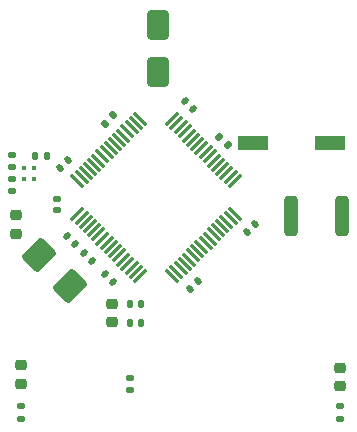
<source format=gbr>
%TF.GenerationSoftware,KiCad,Pcbnew,9.0.2*%
%TF.CreationDate,2025-07-07T17:27:58-04:00*%
%TF.ProjectId,Cain_V1.0,4361696e-5f56-4312-9e30-2e6b69636164,rev?*%
%TF.SameCoordinates,Original*%
%TF.FileFunction,Paste,Top*%
%TF.FilePolarity,Positive*%
%FSLAX46Y46*%
G04 Gerber Fmt 4.6, Leading zero omitted, Abs format (unit mm)*
G04 Created by KiCad (PCBNEW 9.0.2) date 2025-07-07 17:27:58*
%MOMM*%
%LPD*%
G01*
G04 APERTURE LIST*
G04 Aperture macros list*
%AMRoundRect*
0 Rectangle with rounded corners*
0 $1 Rounding radius*
0 $2 $3 $4 $5 $6 $7 $8 $9 X,Y pos of 4 corners*
0 Add a 4 corners polygon primitive as box body*
4,1,4,$2,$3,$4,$5,$6,$7,$8,$9,$2,$3,0*
0 Add four circle primitives for the rounded corners*
1,1,$1+$1,$2,$3*
1,1,$1+$1,$4,$5*
1,1,$1+$1,$6,$7*
1,1,$1+$1,$8,$9*
0 Add four rect primitives between the rounded corners*
20,1,$1+$1,$2,$3,$4,$5,0*
20,1,$1+$1,$4,$5,$6,$7,0*
20,1,$1+$1,$6,$7,$8,$9,0*
20,1,$1+$1,$8,$9,$2,$3,0*%
G04 Aperture macros list end*
%ADD10RoundRect,0.218750X0.256250X-0.218750X0.256250X0.218750X-0.256250X0.218750X-0.256250X-0.218750X0*%
%ADD11RoundRect,0.250000X-1.202082X-0.141421X-0.141421X-1.202082X1.202082X0.141421X0.141421X1.202082X0*%
%ADD12RoundRect,0.218750X-0.256250X0.218750X-0.256250X-0.218750X0.256250X-0.218750X0.256250X0.218750X0*%
%ADD13RoundRect,0.140000X-0.219203X-0.021213X-0.021213X-0.219203X0.219203X0.021213X0.021213X0.219203X0*%
%ADD14RoundRect,0.135000X-0.185000X0.135000X-0.185000X-0.135000X0.185000X-0.135000X0.185000X0.135000X0*%
%ADD15RoundRect,0.075000X-0.441942X-0.548008X0.548008X0.441942X0.441942X0.548008X-0.548008X-0.441942X0*%
%ADD16RoundRect,0.075000X0.441942X-0.548008X0.548008X-0.441942X-0.441942X0.548008X-0.548008X0.441942X0*%
%ADD17RoundRect,0.135000X-0.135000X-0.185000X0.135000X-0.185000X0.135000X0.185000X-0.135000X0.185000X0*%
%ADD18RoundRect,0.250000X-0.312500X-1.450000X0.312500X-1.450000X0.312500X1.450000X-0.312500X1.450000X0*%
%ADD19RoundRect,0.135000X0.185000X-0.135000X0.185000X0.135000X-0.185000X0.135000X-0.185000X-0.135000X0*%
%ADD20RoundRect,0.140000X-0.140000X-0.170000X0.140000X-0.170000X0.140000X0.170000X-0.140000X0.170000X0*%
%ADD21RoundRect,0.135000X0.035355X-0.226274X0.226274X-0.035355X-0.035355X0.226274X-0.226274X0.035355X0*%
%ADD22R,2.500000X1.270000*%
%ADD23RoundRect,0.140000X-0.021213X0.219203X-0.219203X0.021213X0.021213X-0.219203X0.219203X-0.021213X0*%
%ADD24RoundRect,0.135000X0.226274X0.035355X0.035355X0.226274X-0.226274X-0.035355X-0.035355X-0.226274X0*%
%ADD25RoundRect,0.250000X-0.650000X1.000000X-0.650000X-1.000000X0.650000X-1.000000X0.650000X1.000000X0*%
%ADD26RoundRect,0.140000X0.219203X0.021213X0.021213X0.219203X-0.219203X-0.021213X-0.021213X-0.219203X0*%
%ADD27R,0.450000X0.450000*%
%ADD28RoundRect,0.140000X0.170000X-0.140000X0.170000X0.140000X-0.170000X0.140000X-0.170000X-0.140000X0*%
%ADD29RoundRect,0.140000X0.021213X-0.219203X0.219203X-0.021213X-0.021213X0.219203X-0.219203X0.021213X0*%
G04 APERTURE END LIST*
D10*
%TO.C,D6*%
X166600000Y-113587500D03*
X166600000Y-112012500D03*
%TD*%
D11*
%TO.C,Y1*%
X141091852Y-102491852D03*
X143708148Y-105108148D03*
%TD*%
D12*
%TO.C,FB1*%
X147280000Y-106600000D03*
X147280000Y-108175000D03*
%TD*%
D13*
%TO.C,C11*%
X144860589Y-102260589D03*
X145539411Y-102939411D03*
%TD*%
D14*
%TO.C,R13*%
X166600000Y-115290000D03*
X166600000Y-116310000D03*
%TD*%
D15*
%TO.C,U1*%
X144335519Y-98961181D03*
X144689072Y-99314734D03*
X145042625Y-99668287D03*
X145396179Y-100021841D03*
X145749732Y-100375394D03*
X146103286Y-100728948D03*
X146456839Y-101082501D03*
X146810392Y-101436054D03*
X147163946Y-101789608D03*
X147517499Y-102143161D03*
X147871052Y-102496714D03*
X148224606Y-102850268D03*
X148578159Y-103203821D03*
X148931713Y-103557375D03*
X149285266Y-103910928D03*
X149638819Y-104264481D03*
D16*
X152361181Y-104264481D03*
X152714734Y-103910928D03*
X153068287Y-103557375D03*
X153421841Y-103203821D03*
X153775394Y-102850268D03*
X154128948Y-102496714D03*
X154482501Y-102143161D03*
X154836054Y-101789608D03*
X155189608Y-101436054D03*
X155543161Y-101082501D03*
X155896714Y-100728948D03*
X156250268Y-100375394D03*
X156603821Y-100021841D03*
X156957375Y-99668287D03*
X157310928Y-99314734D03*
X157664481Y-98961181D03*
D15*
X157664481Y-96238819D03*
X157310928Y-95885266D03*
X156957375Y-95531713D03*
X156603821Y-95178159D03*
X156250268Y-94824606D03*
X155896714Y-94471052D03*
X155543161Y-94117499D03*
X155189608Y-93763946D03*
X154836054Y-93410392D03*
X154482501Y-93056839D03*
X154128948Y-92703286D03*
X153775394Y-92349732D03*
X153421841Y-91996179D03*
X153068287Y-91642625D03*
X152714734Y-91289072D03*
X152361181Y-90935519D03*
D16*
X149638819Y-90935519D03*
X149285266Y-91289072D03*
X148931713Y-91642625D03*
X148578159Y-91996179D03*
X148224606Y-92349732D03*
X147871052Y-92703286D03*
X147517499Y-93056839D03*
X147163946Y-93410392D03*
X146810392Y-93763946D03*
X146456839Y-94117499D03*
X146103286Y-94471052D03*
X145749732Y-94824606D03*
X145396179Y-95178159D03*
X145042625Y-95531713D03*
X144689072Y-95885266D03*
X144335519Y-96238819D03*
%TD*%
D14*
%TO.C,R11*%
X138825000Y-96015000D03*
X138825000Y-97035000D03*
%TD*%
D10*
%TO.C,D7*%
X139100000Y-100687500D03*
X139100000Y-99112500D03*
%TD*%
D17*
%TO.C,R9*%
X140715000Y-94125000D03*
X141735000Y-94125000D03*
%TD*%
D18*
%TO.C,F2*%
X162462500Y-99200000D03*
X166737500Y-99200000D03*
%TD*%
D10*
%TO.C,D3*%
X139600000Y-113387500D03*
X139600000Y-111812500D03*
%TD*%
D19*
%TO.C,R10*%
X138825000Y-95035000D03*
X138825000Y-94015000D03*
%TD*%
D20*
%TO.C,C8*%
X148800000Y-106600000D03*
X149760000Y-106600000D03*
%TD*%
D21*
%TO.C,R2*%
X146639376Y-91360624D03*
X147360624Y-90639376D03*
%TD*%
D22*
%TO.C,SW1*%
X159200000Y-93000000D03*
X165700000Y-93000000D03*
%TD*%
D23*
%TO.C,C3*%
X154539411Y-104660589D03*
X153860589Y-105339411D03*
%TD*%
%TO.C,C2*%
X159339411Y-99860589D03*
X158660589Y-100539411D03*
%TD*%
D24*
%TO.C,R16*%
X157060624Y-93160624D03*
X156339376Y-92439376D03*
%TD*%
D25*
%TO.C,D2*%
X151200000Y-83000000D03*
X151200000Y-87000000D03*
%TD*%
D20*
%TO.C,C9*%
X148800000Y-108200000D03*
X149760000Y-108200000D03*
%TD*%
D14*
%TO.C,R12*%
X139600000Y-115290000D03*
X139600000Y-116310000D03*
%TD*%
D26*
%TO.C,C10*%
X144139411Y-101539411D03*
X143460589Y-100860589D03*
%TD*%
D27*
%TO.C,D4*%
X140650000Y-96000000D03*
X140650000Y-95100000D03*
X139800000Y-96000000D03*
X139800000Y-95100000D03*
%TD*%
D26*
%TO.C,C7*%
X147339411Y-104739411D03*
X146660589Y-104060589D03*
%TD*%
D28*
%TO.C,C4*%
X142600000Y-98680000D03*
X142600000Y-97720000D03*
%TD*%
D29*
%TO.C,C5*%
X142860589Y-95139411D03*
X143539411Y-94460589D03*
%TD*%
D13*
%TO.C,C6*%
X153460589Y-89460589D03*
X154139411Y-90139411D03*
%TD*%
D28*
%TO.C,C17*%
X148800000Y-113880000D03*
X148800000Y-112920000D03*
%TD*%
M02*

</source>
